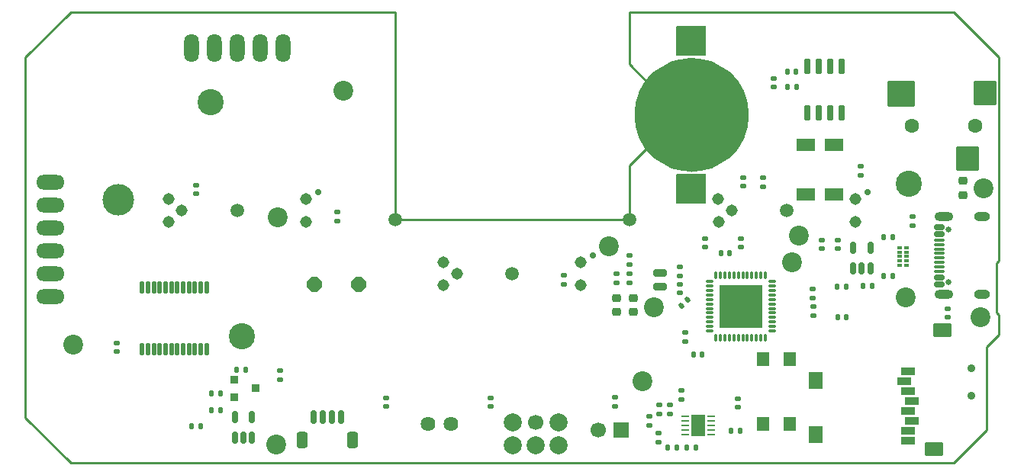
<source format=gbr>
%TF.GenerationSoftware,KiCad,Pcbnew,9.0.7*%
%TF.CreationDate,2026-01-30T16:58:59+00:00*%
%TF.ProjectId,FED3,46454433-2e6b-4696-9361-645f70636258,rev?*%
%TF.SameCoordinates,Original*%
%TF.FileFunction,Soldermask,Top*%
%TF.FilePolarity,Negative*%
%FSLAX46Y46*%
G04 Gerber Fmt 4.6, Leading zero omitted, Abs format (unit mm)*
G04 Created by KiCad (PCBNEW 9.0.7) date 2026-01-30 16:58:59*
%MOMM*%
%LPD*%
G01*
G04 APERTURE LIST*
G04 Aperture macros list*
%AMRoundRect*
0 Rectangle with rounded corners*
0 $1 Rounding radius*
0 $2 $3 $4 $5 $6 $7 $8 $9 X,Y pos of 4 corners*
0 Add a 4 corners polygon primitive as box body*
4,1,4,$2,$3,$4,$5,$6,$7,$8,$9,$2,$3,0*
0 Add four circle primitives for the rounded corners*
1,1,$1+$1,$2,$3*
1,1,$1+$1,$4,$5*
1,1,$1+$1,$6,$7*
1,1,$1+$1,$8,$9*
0 Add four rect primitives between the rounded corners*
20,1,$1+$1,$2,$3,$4,$5,0*
20,1,$1+$1,$4,$5,$6,$7,0*
20,1,$1+$1,$6,$7,$8,$9,0*
20,1,$1+$1,$8,$9,$2,$3,0*%
%AMFreePoly0*
4,1,17,0.351552,0.797921,0.797921,0.351552,0.812800,0.315631,0.812800,-0.315631,0.797921,-0.351552,0.351552,-0.797921,0.315631,-0.812800,-0.315631,-0.812800,-0.351552,-0.797921,-0.797921,-0.351552,-0.812800,-0.315631,-0.812800,0.315631,-0.797921,0.351552,-0.351552,0.797921,-0.315631,0.812800,0.315631,0.812800,0.351552,0.797921,0.351552,0.797921,$1*%
G04 Aperture macros list end*
%ADD10C,6.340000*%
%ADD11C,3.191057*%
%ADD12C,1.700000*%
%ADD13R,1.200000X1.200000*%
%ADD14C,2.000000*%
%ADD15C,2.200000*%
%ADD16C,1.600000*%
%ADD17RoundRect,0.050800X-1.200000X1.275000X-1.200000X-1.275000X1.200000X-1.275000X1.200000X1.275000X0*%
%ADD18RoundRect,0.050800X-1.450000X1.375000X-1.450000X-1.375000X1.450000X-1.375000X1.450000X1.375000X0*%
%ADD19C,0.650000*%
%ADD20RoundRect,0.150000X0.425000X-0.150000X0.425000X0.150000X-0.425000X0.150000X-0.425000X-0.150000X0*%
%ADD21RoundRect,0.075000X0.500000X-0.075000X0.500000X0.075000X-0.500000X0.075000X-0.500000X-0.075000X0*%
%ADD22O,2.100000X1.000000*%
%ADD23O,1.800000X1.000000*%
%ADD24C,0.700000*%
%ADD25C,1.500000*%
%ADD26C,1.309600*%
%ADD27C,0.900000*%
%ADD28RoundRect,0.062500X0.350000X0.062500X-0.350000X0.062500X-0.350000X-0.062500X0.350000X-0.062500X0*%
%ADD29R,1.580000X2.350000*%
%ADD30R,1.400000X1.600000*%
%ADD31O,3.149600X1.625600*%
%ADD32RoundRect,0.140000X-0.170000X0.140000X-0.170000X-0.140000X0.170000X-0.140000X0.170000X0.140000X0*%
%ADD33RoundRect,0.140000X0.170000X-0.140000X0.170000X0.140000X-0.170000X0.140000X-0.170000X-0.140000X0*%
%ADD34RoundRect,0.135000X-0.135000X-0.185000X0.135000X-0.185000X0.135000X0.185000X-0.135000X0.185000X0*%
%ADD35RoundRect,0.200000X-0.550000X0.200000X-0.550000X-0.200000X0.550000X-0.200000X0.550000X0.200000X0*%
%ADD36RoundRect,0.135000X0.135000X0.185000X-0.135000X0.185000X-0.135000X-0.185000X0.135000X-0.185000X0*%
%ADD37C,2.900000*%
%ADD38RoundRect,0.135000X-0.185000X0.135000X-0.185000X-0.135000X0.185000X-0.135000X0.185000X0.135000X0*%
%ADD39RoundRect,0.140000X0.140000X0.170000X-0.140000X0.170000X-0.140000X-0.170000X0.140000X-0.170000X0*%
%ADD40RoundRect,0.050800X1.600000X-1.600000X1.600000X1.600000X-1.600000X1.600000X-1.600000X-1.600000X0*%
%ADD41RoundRect,3.225800X0.000010X-0.000010X0.000010X0.000010X-0.000010X0.000010X-0.000010X-0.000010X0*%
%ADD42RoundRect,0.218750X-0.256250X0.218750X-0.256250X-0.218750X0.256250X-0.218750X0.256250X0.218750X0*%
%ADD43RoundRect,0.135000X0.185000X-0.135000X0.185000X0.135000X-0.185000X0.135000X-0.185000X-0.135000X0*%
%ADD44RoundRect,0.050800X-0.400000X0.350000X-0.400000X-0.350000X0.400000X-0.350000X0.400000X0.350000X0*%
%ADD45RoundRect,0.075000X0.200000X-0.075000X0.200000X0.075000X-0.200000X0.075000X-0.200000X-0.075000X0*%
%ADD46RoundRect,0.050800X0.200000X0.600000X-0.200000X0.600000X-0.200000X-0.600000X0.200000X-0.600000X0*%
%ADD47RoundRect,0.050800X-0.950000X0.650000X-0.950000X-0.650000X0.950000X-0.650000X0.950000X0.650000X0*%
%ADD48RoundRect,0.150000X0.150000X-0.512500X0.150000X0.512500X-0.150000X0.512500X-0.150000X-0.512500X0*%
%ADD49RoundRect,0.050800X0.750000X-0.350000X0.750000X0.350000X-0.750000X0.350000X-0.750000X-0.350000X0*%
%ADD50RoundRect,0.050800X0.700000X0.900000X-0.700000X0.900000X-0.700000X-0.900000X0.700000X-0.900000X0*%
%ADD51RoundRect,0.050800X0.950000X-0.700000X0.950000X0.700000X-0.950000X0.700000X-0.950000X-0.700000X0*%
%ADD52RoundRect,0.140000X-0.021213X0.219203X-0.219203X0.021213X0.021213X-0.219203X0.219203X-0.021213X0*%
%ADD53RoundRect,0.150000X0.150000X-0.725000X0.150000X0.725000X-0.150000X0.725000X-0.150000X-0.725000X0*%
%ADD54RoundRect,0.150000X0.150000X0.625000X-0.150000X0.625000X-0.150000X-0.625000X0.150000X-0.625000X0*%
%ADD55RoundRect,0.250000X0.350000X0.650000X-0.350000X0.650000X-0.350000X-0.650000X0.350000X-0.650000X0*%
%ADD56RoundRect,0.050800X-0.375000X-0.125000X0.375000X-0.125000X0.375000X0.125000X-0.375000X0.125000X0*%
%ADD57RoundRect,0.050800X0.125000X-0.375000X0.125000X0.375000X-0.125000X0.375000X-0.125000X-0.375000X0*%
%ADD58RoundRect,0.050800X0.375000X0.125000X-0.375000X0.125000X-0.375000X-0.125000X0.375000X-0.125000X0*%
%ADD59RoundRect,0.050800X-0.125000X0.375000X-0.125000X-0.375000X0.125000X-0.375000X0.125000X0.375000X0*%
%ADD60RoundRect,0.050800X-2.350000X2.350000X-2.350000X-2.350000X2.350000X-2.350000X2.350000X2.350000X0*%
%ADD61RoundRect,0.140000X-0.140000X-0.170000X0.140000X-0.170000X0.140000X0.170000X-0.140000X0.170000X0*%
%ADD62C,1.625600*%
%ADD63C,3.500000*%
%ADD64FreePoly0,180.000000*%
%ADD65O,1.625600X3.149600*%
%ADD66R,1.700000X1.700000*%
%TA.AperFunction,Profile*%
%ADD67C,0.250000*%
%TD*%
G04 APERTURE END LIST*
D10*
X171585100Y-91395600D02*
G75*
G02*
X165245100Y-91395600I-3170000J0D01*
G01*
X165245100Y-91395600D02*
G75*
G02*
X171585100Y-91395600I3170000J0D01*
G01*
%TO.C,B1*%
D11*
X170010628Y-91395600D02*
G75*
G02*
X166819572Y-91395600I-1595528J0D01*
G01*
X166819572Y-91395600D02*
G75*
G02*
X170010628Y-91395600I1595528J0D01*
G01*
%TD*%
D12*
%TO.C,J1*%
X153662050Y-125569743D03*
D13*
X148582050Y-128109743D03*
D12*
X148582050Y-125569743D03*
X153662050Y-128109743D03*
X151122050Y-125569743D03*
X151122050Y-128109743D03*
%TD*%
D14*
%TO.C,TP13*%
X148582050Y-128109743D03*
%TD*%
%TO.C,TP14*%
X151122050Y-128109743D03*
%TD*%
%TO.C,TP15*%
X148582050Y-125569743D03*
%TD*%
%TO.C,TP17*%
X153662050Y-128109743D03*
%TD*%
%TO.C,TP16*%
X153662050Y-125569743D03*
%TD*%
D15*
%TO.C,TP10*%
X179525000Y-107775000D03*
%TD*%
%TO.C,TP9*%
X200500000Y-113900000D03*
%TD*%
%TO.C,TP6*%
X200775000Y-99550000D03*
%TD*%
%TO.C,TP1*%
X180300000Y-104825000D03*
%TD*%
%TO.C,TP5*%
X99800000Y-116900000D03*
%TD*%
%TO.C,TP2*%
X162975000Y-121000000D03*
%TD*%
%TO.C,TP12*%
X129800000Y-88725000D03*
%TD*%
%TO.C,TP11*%
X122500000Y-102800000D03*
%TD*%
%TO.C,TP4*%
X192150000Y-111650000D03*
%TD*%
%TO.C,TP3*%
X122300000Y-128025000D03*
%TD*%
%TO.C,TP8*%
X159225000Y-105950000D03*
%TD*%
%TO.C,TP7*%
X164250000Y-112775000D03*
%TD*%
D16*
%TO.C,EXT0*%
X199844300Y-92614800D03*
X192844300Y-92614800D03*
D17*
X199044300Y-96289800D03*
D18*
X191644300Y-89039800D03*
D17*
X200944300Y-88939800D03*
%TD*%
D19*
%TO.C,J3*%
X196929200Y-109923600D03*
X196929200Y-104143600D03*
D20*
X195854200Y-110233600D03*
X195854200Y-109433600D03*
D21*
X195854200Y-108283600D03*
X195854200Y-107283600D03*
X195854200Y-106783600D03*
X195854200Y-105783600D03*
D20*
X195854200Y-104633600D03*
X195854200Y-103833600D03*
X195854200Y-103833600D03*
X195854200Y-104633600D03*
D21*
X195854200Y-105283600D03*
X195854200Y-106283600D03*
X195854200Y-107783600D03*
X195854200Y-108783600D03*
D20*
X195854200Y-109433600D03*
X195854200Y-110233600D03*
D22*
X196429200Y-111353600D03*
D23*
X200609200Y-111353600D03*
D22*
X196429200Y-102713600D03*
D23*
X200609200Y-102713600D03*
%TD*%
D24*
%TO.C,PI1*%
X187951100Y-100003600D03*
D25*
X179001100Y-102003600D03*
D26*
X186601100Y-100763600D03*
X186621100Y-103273600D03*
X171401100Y-103303600D03*
X172851100Y-102003600D03*
X171381100Y-100733600D03*
%TD*%
D24*
%TO.C,PI2*%
X157451100Y-107003600D03*
D25*
X148501100Y-109003600D03*
D26*
X156101100Y-107763600D03*
X156121100Y-110273600D03*
X140901100Y-110303600D03*
X142351100Y-109003600D03*
X140881100Y-107733600D03*
%TD*%
D24*
%TO.C,PI3*%
X126951100Y-100003600D03*
D25*
X118001100Y-102003600D03*
D26*
X125601100Y-100763600D03*
X125621100Y-103273600D03*
X110401100Y-103303600D03*
X111851100Y-102003600D03*
X110381100Y-100733600D03*
%TD*%
D27*
%TO.C,SW1*%
X199450000Y-119550000D03*
X199450000Y-122550000D03*
%TD*%
D28*
%TO.C,U3*%
X170608100Y-126900000D03*
X170608100Y-126400000D03*
X170608100Y-125900000D03*
X170608100Y-125400000D03*
X170608100Y-124900000D03*
X167733100Y-124900000D03*
X167733100Y-125400000D03*
X167733100Y-125900000D03*
X167733100Y-126400000D03*
X167733100Y-126900000D03*
D29*
X169170600Y-125900000D03*
%TD*%
D30*
%TO.C,SW2*%
X179300000Y-118525000D03*
X179300000Y-125725000D03*
X176300000Y-118525000D03*
X176300000Y-125725000D03*
%TD*%
D31*
%TO.C,SCREEN0*%
X97251100Y-98903600D03*
X97251100Y-101443600D03*
X97251100Y-103983600D03*
X97251100Y-106523600D03*
X97251100Y-109063600D03*
X97251100Y-111603600D03*
%TD*%
D32*
%TO.C,C18*%
X167100000Y-110220000D03*
X167100000Y-111180000D03*
%TD*%
D33*
%TO.C,C17*%
X167100000Y-109252500D03*
X167100000Y-108292500D03*
%TD*%
D34*
%TO.C,R17*%
X167890000Y-128300000D03*
X168910000Y-128300000D03*
%TD*%
D32*
%TO.C,C21*%
X196860000Y-112890000D03*
X196860000Y-113850000D03*
%TD*%
D35*
%TO.C,X2*%
X164875000Y-108975000D03*
X164875000Y-110475000D03*
%TD*%
D36*
%TO.C,R24*%
X190756000Y-104927400D03*
X189736000Y-104927400D03*
%TD*%
D37*
%TO.C,*%
X192500000Y-99003600D03*
%TD*%
D34*
%TO.C,R6*%
X179010000Y-88300000D03*
X180030000Y-88300000D03*
%TD*%
D38*
%TO.C,R25*%
X192900000Y-102710000D03*
X192900000Y-103730000D03*
%TD*%
D33*
%TO.C,C10*%
X174155500Y-99292400D03*
X174155500Y-98332400D03*
%TD*%
D39*
%TO.C,C1*%
X179980000Y-86600000D03*
X179020000Y-86600000D03*
%TD*%
D40*
%TO.C,B1*%
X168415100Y-83170200D03*
X168415100Y-99621000D03*
D41*
X168415100Y-91395600D03*
%TD*%
D42*
%TO.C,CHG0*%
X198500000Y-98712500D03*
X198500000Y-100287500D03*
%TD*%
%TO.C,L1*%
X161940000Y-111732500D03*
X161940000Y-113307500D03*
%TD*%
D38*
%TO.C,R5*%
X181900000Y-112690000D03*
X181900000Y-113710000D03*
%TD*%
D43*
%TO.C,R14*%
X167309800Y-123038400D03*
X167309800Y-122018400D03*
%TD*%
D33*
%TO.C,C8*%
X134500000Y-123780000D03*
X134500000Y-122820000D03*
%TD*%
D44*
%TO.C,Q1*%
X117650000Y-120812500D03*
X117650000Y-122712500D03*
X120050000Y-121762500D03*
%TD*%
D45*
%TO.C,D1*%
X192227200Y-108121200D03*
X192227200Y-107621200D03*
X192227200Y-107121200D03*
X192227200Y-106621200D03*
X192227200Y-106121200D03*
X191457200Y-106121200D03*
X191457200Y-106621200D03*
X191457200Y-107121200D03*
X191457200Y-107621200D03*
X191457200Y-108121200D03*
%TD*%
D33*
%TO.C,C6*%
X159950000Y-123730000D03*
X159950000Y-122770000D03*
%TD*%
D32*
%TO.C,C3*%
X104600000Y-116720000D03*
X104600000Y-117680000D03*
%TD*%
%TO.C,C16*%
X164750000Y-126770000D03*
X164750000Y-127730000D03*
%TD*%
D43*
%TO.C,R12*%
X167670000Y-116535000D03*
X167670000Y-115515000D03*
%TD*%
D46*
%TO.C,IC2*%
X114586100Y-110581600D03*
X113936100Y-110581600D03*
X113286100Y-110581600D03*
X112636100Y-110581600D03*
X111986100Y-110581600D03*
X111336100Y-110581600D03*
X110686100Y-110581600D03*
X110036100Y-110581600D03*
X109386100Y-110581600D03*
X108736100Y-110581600D03*
X108086100Y-110581600D03*
X107436100Y-110581600D03*
X107436100Y-117421600D03*
X108086100Y-117421600D03*
X108736100Y-117421600D03*
X109386100Y-117421600D03*
X110036100Y-117421600D03*
X110686100Y-117421600D03*
X111336100Y-117421600D03*
X111986100Y-117421600D03*
X112636100Y-117421600D03*
X113286100Y-117421600D03*
X113936100Y-117421600D03*
X114586100Y-117421600D03*
%TD*%
D36*
%TO.C,R23*%
X190756000Y-109321600D03*
X189736000Y-109321600D03*
%TD*%
D47*
%TO.C,X1*%
X181039100Y-94741600D03*
X181039100Y-100241600D03*
X184239100Y-100241600D03*
X184239100Y-94741600D03*
%TD*%
D34*
%TO.C,R8*%
X115090000Y-122300000D03*
X116110000Y-122300000D03*
%TD*%
D48*
%TO.C,IC1*%
X117750000Y-127237500D03*
X118700000Y-127237500D03*
X119650000Y-127237500D03*
X119650000Y-124962500D03*
X117750000Y-124962500D03*
%TD*%
D33*
%TO.C,C19*%
X173880000Y-106067500D03*
X173880000Y-105107500D03*
%TD*%
D49*
%TO.C,X4*%
X192410000Y-119900000D03*
X192010000Y-121000000D03*
X192410000Y-122100000D03*
X192810000Y-123200000D03*
X192410000Y-124300000D03*
X192810000Y-125400000D03*
X192410000Y-126500000D03*
X192410000Y-127600000D03*
D50*
X182210000Y-126900000D03*
X182210000Y-120900000D03*
D51*
X195310000Y-128500000D03*
X196210000Y-115300000D03*
%TD*%
D52*
%TO.C,C23*%
X167959411Y-111940589D03*
X167280589Y-112619411D03*
%TD*%
D43*
%TO.C,R15*%
X160080000Y-110030000D03*
X160080000Y-109010000D03*
%TD*%
D34*
%TO.C,R11*%
X187390000Y-110400000D03*
X188410000Y-110400000D03*
%TD*%
D42*
%TO.C,L0*%
X160050000Y-111732500D03*
X160050000Y-113307500D03*
%TD*%
D53*
%TO.C,IC4*%
X181242100Y-91176600D03*
X182512100Y-91176600D03*
X183782100Y-91176600D03*
X185052100Y-91176600D03*
X185052100Y-86026600D03*
X183782100Y-86026600D03*
X182512100Y-86026600D03*
X181242100Y-86026600D03*
%TD*%
D33*
%TO.C,C15*%
X184625000Y-106230000D03*
X184625000Y-105270000D03*
%TD*%
%TO.C,C7*%
X146150000Y-123780000D03*
X146150000Y-122820000D03*
%TD*%
D25*
%TO.C,@HOLE2*%
X161501100Y-103003600D03*
%TD*%
D54*
%TO.C,AUX_I2C0*%
X129500000Y-124975000D03*
X128500000Y-124975000D03*
X127500000Y-124975000D03*
X126500000Y-124975000D03*
D55*
X130800000Y-127500000D03*
X125200000Y-127500000D03*
%TD*%
D39*
%TO.C,C4*%
X113905000Y-125950000D03*
X112945000Y-125950000D03*
%TD*%
D33*
%TO.C,C12*%
X169880000Y-106067500D03*
X169880000Y-105107500D03*
%TD*%
D36*
%TO.C,R16*%
X166795400Y-128300000D03*
X165775400Y-128300000D03*
%TD*%
D43*
%TO.C,R13*%
X161550000Y-108010000D03*
X161550000Y-106990000D03*
%TD*%
D56*
%TO.C,U1*%
X170375000Y-109887500D03*
X170375000Y-110387500D03*
X170375000Y-110887500D03*
X170375000Y-111387500D03*
X170375000Y-111887500D03*
X170375000Y-112387500D03*
X170375000Y-112887500D03*
X170375000Y-113387500D03*
X170375000Y-113887500D03*
X170375000Y-114387500D03*
X170375000Y-114887500D03*
X170375000Y-115387500D03*
D57*
X171100000Y-116112500D03*
X171600000Y-116112500D03*
X172100000Y-116112500D03*
X172600000Y-116112500D03*
X173100000Y-116112500D03*
X173600000Y-116112500D03*
X174100000Y-116112500D03*
X174600000Y-116112500D03*
X175100000Y-116112500D03*
X175600000Y-116112500D03*
X176100000Y-116112500D03*
X176600000Y-116112500D03*
D58*
X177325000Y-115387500D03*
X177325000Y-114887500D03*
X177325000Y-114387500D03*
X177325000Y-113887500D03*
X177325000Y-113387500D03*
X177325000Y-112887500D03*
X177325000Y-112387500D03*
X177325000Y-111887500D03*
X177325000Y-111387500D03*
X177325000Y-110887500D03*
X177325000Y-110387500D03*
X177325000Y-109887500D03*
D59*
X176600000Y-109162500D03*
X176100000Y-109162500D03*
X175600000Y-109162500D03*
X175100000Y-109162500D03*
X174600000Y-109162500D03*
X174100000Y-109162500D03*
X173600000Y-109162500D03*
X173100000Y-109162500D03*
X172600000Y-109162500D03*
X172100000Y-109162500D03*
X171600000Y-109162500D03*
X171100000Y-109162500D03*
D60*
X173850000Y-112637500D03*
%TD*%
D25*
%TO.C,@HOLE2*%
X135501100Y-103003600D03*
%TD*%
D33*
%TO.C,C2*%
X177500000Y-88280000D03*
X177500000Y-87320000D03*
%TD*%
D61*
%TO.C,C14*%
X184620000Y-113850000D03*
X185580000Y-113850000D03*
%TD*%
D62*
%TO.C,X3*%
X141694300Y-125736400D03*
X139154300Y-125736400D03*
%TD*%
D39*
%TO.C,C22*%
X169550000Y-117980000D03*
X168590000Y-117980000D03*
%TD*%
D33*
%TO.C,C13*%
X182825000Y-106280000D03*
X182825000Y-105320000D03*
%TD*%
D38*
%TO.C,R10*%
X187150000Y-97100000D03*
X187150000Y-98120000D03*
%TD*%
%TO.C,R21*%
X161550000Y-109010000D03*
X161550000Y-110030000D03*
%TD*%
%TO.C,R4*%
X181850000Y-110690000D03*
X181850000Y-111710000D03*
%TD*%
D43*
%TO.C,R9*%
X122760000Y-120840000D03*
X122760000Y-119820000D03*
%TD*%
D37*
%TO.C,@HOLE6*%
X118501100Y-116003600D03*
%TD*%
D43*
%TO.C,R20*%
X163700000Y-125860000D03*
X163700000Y-124840000D03*
%TD*%
%TO.C,R1*%
X129100000Y-103210000D03*
X129100000Y-102190000D03*
%TD*%
%TO.C,R18*%
X164800000Y-124585000D03*
X164800000Y-123565000D03*
%TD*%
%TO.C,R3*%
X176309100Y-99353600D03*
X176309100Y-98333600D03*
%TD*%
D39*
%TO.C,C11*%
X185530000Y-110450000D03*
X184570000Y-110450000D03*
%TD*%
D43*
%TO.C,R19*%
X166000000Y-124585000D03*
X166000000Y-123565000D03*
%TD*%
D63*
%TO.C,@HOLE5*%
X104788100Y-100793600D03*
%TD*%
D64*
%TO.C,BZ1*%
X131459200Y-110180000D03*
X126510000Y-110180000D03*
%TD*%
D39*
%TO.C,C24*%
X172640000Y-106780000D03*
X171680000Y-106780000D03*
%TD*%
D65*
%TO.C,MOTOR0*%
X112921100Y-84003600D03*
X115461100Y-84003600D03*
X118001100Y-84003600D03*
X120541100Y-84003600D03*
X123081100Y-84003600D03*
%TD*%
D34*
%TO.C,R22*%
X117880000Y-119700000D03*
X118900000Y-119700000D03*
%TD*%
D61*
%TO.C,C20*%
X172820000Y-126475000D03*
X173780000Y-126475000D03*
%TD*%
D33*
%TO.C,C5*%
X173500000Y-123880000D03*
X173500000Y-122920000D03*
%TD*%
D43*
%TO.C,R2*%
X154200000Y-110210000D03*
X154200000Y-109190000D03*
%TD*%
D32*
%TO.C,C9*%
X113390000Y-99210000D03*
X113390000Y-100170000D03*
%TD*%
D36*
%TO.C,R7*%
X116110000Y-124150000D03*
X115090000Y-124150000D03*
%TD*%
D66*
%TO.C,J2*%
X160550000Y-126400000D03*
D12*
X158010000Y-126400000D03*
%TD*%
D48*
%TO.C,U2*%
X186350000Y-108437500D03*
X187300000Y-108437500D03*
X188250000Y-108437500D03*
X188250000Y-106162500D03*
X186350000Y-106162500D03*
%TD*%
D37*
%TO.C,@HOLE0*%
X115001100Y-90003600D03*
%TD*%
D67*
X201101100Y-126403600D02*
X201101100Y-117203600D01*
X161501100Y-103003600D02*
X135501100Y-103003600D01*
X161501100Y-80003600D02*
X161501100Y-85751600D01*
X161501100Y-85751600D02*
X164097100Y-88347600D01*
X99501100Y-80003600D02*
X94501100Y-85003600D01*
X202221100Y-107883600D02*
X202501100Y-107603600D01*
X202501100Y-85003600D02*
X197501100Y-80003600D01*
X202221100Y-113323600D02*
X202221100Y-107883600D01*
X202501100Y-107603600D02*
X202501100Y-85003600D01*
X161501100Y-96983600D02*
X161501100Y-103003600D01*
X202501100Y-113603600D02*
X202221100Y-113323600D01*
X135501100Y-103003600D02*
X135501100Y-80003600D01*
X94501100Y-125003600D02*
X99501100Y-130003600D01*
X164097100Y-88347600D02*
X164097100Y-94443600D01*
X197501100Y-130003600D02*
X201101100Y-126403600D01*
X197501100Y-80003600D02*
X161501100Y-80003600D01*
X202501100Y-115803600D02*
X202501100Y-113603600D01*
X94501100Y-85003600D02*
X94501100Y-125003600D01*
X99501100Y-130003600D02*
X197501100Y-130003600D01*
X164097100Y-94443600D02*
X161501100Y-96983600D01*
X201101100Y-117203600D02*
X202501100Y-115803600D01*
X135501100Y-80003600D02*
X99501100Y-80003600D01*
M02*

</source>
